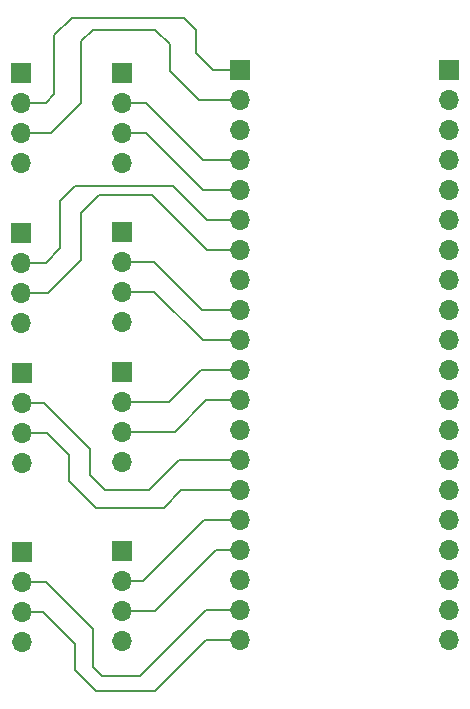
<source format=gbr>
%TF.GenerationSoftware,KiCad,Pcbnew,8.0.8*%
%TF.CreationDate,2025-03-27T16:53:01-04:00*%
%TF.ProjectId,GRIT_main_sub_PCB,47524954-5f6d-4616-996e-5f7375625f50,rev?*%
%TF.SameCoordinates,Original*%
%TF.FileFunction,Copper,L1,Top*%
%TF.FilePolarity,Positive*%
%FSLAX46Y46*%
G04 Gerber Fmt 4.6, Leading zero omitted, Abs format (unit mm)*
G04 Created by KiCad (PCBNEW 8.0.8) date 2025-03-27 16:53:01*
%MOMM*%
%LPD*%
G01*
G04 APERTURE LIST*
%TA.AperFunction,ComponentPad*%
%ADD10O,1.700000X1.700000*%
%TD*%
%TA.AperFunction,ComponentPad*%
%ADD11R,1.700000X1.700000*%
%TD*%
%TA.AperFunction,Conductor*%
%ADD12C,0.200000*%
%TD*%
G04 APERTURE END LIST*
D10*
%TO.P,Vdd,4*%
%TO.N,GND*%
X18750000Y-31220000D03*
%TO.P,Vdd,3*%
%TO.N,GP1*%
X18750000Y-28680000D03*
%TO.P,Vdd,2*%
%TO.N,GP0*%
X18750000Y-26140000D03*
D11*
%TO.P,Vdd,1*%
%TO.N,5V*%
X18750000Y-23600000D03*
%TD*%
D10*
%TO.P,Vdd,4*%
%TO.N,GND*%
X18810000Y-71760000D03*
%TO.P,Vdd,3*%
%TO.N,GP15*%
X18810000Y-69220000D03*
%TO.P,Vdd,2*%
%TO.N,GP14*%
X18810000Y-66680000D03*
D11*
%TO.P,Vdd,1*%
%TO.N,5V*%
X18810000Y-64140000D03*
%TD*%
D10*
%TO.P,Vdd,4*%
%TO.N,GND*%
X27250000Y-71720000D03*
%TO.P,Vdd,3*%
%TO.N,GP13*%
X27250000Y-69180000D03*
%TO.P,Vdd,2*%
%TO.N,GP12*%
X27250000Y-66640000D03*
D11*
%TO.P,Vdd,1*%
%TO.N,5V*%
X27250000Y-64100000D03*
%TD*%
D10*
%TO.P,Vdd,4*%
%TO.N,GND*%
X18750000Y-44750000D03*
%TO.P,Vdd,3*%
%TO.N,GP5*%
X18750000Y-42210000D03*
%TO.P,Vdd,2*%
%TO.N,GP4*%
X18750000Y-39670000D03*
D11*
%TO.P,Vdd,1*%
%TO.N,5V*%
X18750000Y-37130000D03*
%TD*%
D10*
%TO.P,Pico 40,20*%
%TO.N,N/C*%
X54985000Y-71640000D03*
%TO.P,Pico 40,19*%
X54985000Y-69100000D03*
%TO.P,Pico 40,18*%
X54985000Y-66560000D03*
%TO.P,Pico 40,17*%
X54985000Y-64020000D03*
%TO.P,Pico 40,16*%
X54985000Y-61480000D03*
%TO.P,Pico 40,15*%
X54985000Y-58940000D03*
%TO.P,Pico 40,14*%
X54985000Y-56400000D03*
%TO.P,Pico 40,13*%
X54985000Y-53860000D03*
%TO.P,Pico 40,12*%
X54985000Y-51320000D03*
%TO.P,Pico 40,11*%
X54985000Y-48780000D03*
%TO.P,Pico 40,10*%
X54985000Y-46240000D03*
%TO.P,Pico 40,9*%
X54985000Y-43700000D03*
%TO.P,Pico 40,8*%
X54985000Y-41160000D03*
%TO.P,Pico 40,7*%
X54985000Y-38620000D03*
%TO.P,Pico 40,6*%
X54985000Y-36080000D03*
%TO.P,Pico 40,5*%
X54985000Y-33540000D03*
%TO.P,Pico 40,4*%
X54985000Y-31000000D03*
%TO.P,Pico 40,3*%
%TO.N,GND*%
X54985000Y-28460000D03*
%TO.P,Pico 40,2*%
%TO.N,N/C*%
X54985000Y-25920000D03*
D11*
%TO.P,Pico 40,1*%
%TO.N,5V*%
X54985000Y-23380000D03*
%TD*%
D10*
%TO.P,Vdd,4*%
%TO.N,GND*%
X27310000Y-44680000D03*
%TO.P,Vdd,3*%
%TO.N,GP7*%
X27310000Y-42140000D03*
%TO.P,Vdd,2*%
%TO.N,GP6*%
X27310000Y-39600000D03*
D11*
%TO.P,Vdd,1*%
%TO.N,5V*%
X27310000Y-37060000D03*
%TD*%
D10*
%TO.P,Pico 1,20*%
%TO.N,GP15*%
X37250000Y-71640000D03*
%TO.P,Pico 1,19*%
%TO.N,GP14*%
X37250000Y-69100000D03*
%TO.P,Pico 1,18*%
%TO.N,N/C*%
X37250000Y-66560000D03*
%TO.P,Pico 1,17*%
%TO.N,GP13*%
X37250000Y-64020000D03*
%TO.P,Pico 1,16*%
%TO.N,GP12*%
X37250000Y-61480000D03*
%TO.P,Pico 1,15*%
%TO.N,GP11*%
X37250000Y-58940000D03*
%TO.P,Pico 1,14*%
%TO.N,GP10*%
X37250000Y-56400000D03*
%TO.P,Pico 1,13*%
%TO.N,N/C*%
X37250000Y-53860000D03*
%TO.P,Pico 1,12*%
%TO.N,GP9*%
X37250000Y-51320000D03*
%TO.P,Pico 1,11*%
%TO.N,GP8*%
X37250000Y-48780000D03*
%TO.P,Pico 1,10*%
%TO.N,GP7*%
X37250000Y-46240000D03*
%TO.P,Pico 1,9*%
%TO.N,GP6*%
X37250000Y-43700000D03*
%TO.P,Pico 1,8*%
%TO.N,N/C*%
X37250000Y-41160000D03*
%TO.P,Pico 1,7*%
%TO.N,GP5*%
X37250000Y-38620000D03*
%TO.P,Pico 1,6*%
%TO.N,GP4*%
X37250000Y-36080000D03*
%TO.P,Pico 1,5*%
%TO.N,GP3*%
X37250000Y-33540000D03*
%TO.P,Pico 1,4*%
%TO.N,GP2*%
X37250000Y-31000000D03*
%TO.P,Pico 1,3*%
%TO.N,N/C*%
X37250000Y-28460000D03*
%TO.P,Pico 1,2*%
%TO.N,GP1*%
X37250000Y-25920000D03*
D11*
%TO.P,Pico 1,1*%
%TO.N,GP0*%
X37250000Y-23380000D03*
%TD*%
D10*
%TO.P,Vdd,4*%
%TO.N,GND*%
X27250000Y-31220000D03*
%TO.P,Vdd,3*%
%TO.N,GP3*%
X27250000Y-28680000D03*
%TO.P,Vdd,2*%
%TO.N,GP2*%
X27250000Y-26140000D03*
D11*
%TO.P,Vdd,1*%
%TO.N,5V*%
X27250000Y-23600000D03*
%TD*%
D10*
%TO.P,Vdd,4*%
%TO.N,GND*%
X18810000Y-56620000D03*
%TO.P,Vdd,3*%
%TO.N,GP11*%
X18810000Y-54080000D03*
%TO.P,Vdd,2*%
%TO.N,GP10*%
X18810000Y-51540000D03*
D11*
%TO.P,Vdd,1*%
%TO.N,5V*%
X18810000Y-49000000D03*
%TD*%
D10*
%TO.P,Vdd,4*%
%TO.N,GND*%
X27310000Y-56550000D03*
%TO.P,Vdd,3*%
%TO.N,GP9*%
X27310000Y-54010000D03*
%TO.P,Vdd,2*%
%TO.N,GP8*%
X27310000Y-51470000D03*
D11*
%TO.P,Vdd,1*%
%TO.N,5V*%
X27310000Y-48930000D03*
%TD*%
D12*
%TO.N,GP15*%
X30060000Y-75930000D02*
X34350000Y-71640000D01*
X23310000Y-74180000D02*
X25060000Y-75930000D01*
X20600000Y-69220000D02*
X23310000Y-71930000D01*
X25060000Y-75930000D02*
X30060000Y-75930000D01*
X34350000Y-71640000D02*
X37250000Y-71640000D01*
X18810000Y-69220000D02*
X20600000Y-69220000D01*
X23310000Y-71930000D02*
X23310000Y-74180000D01*
%TO.N,GP14*%
X28810000Y-74680000D02*
X34390000Y-69100000D01*
X24810000Y-73930000D02*
X25560000Y-74680000D01*
X25560000Y-74680000D02*
X28810000Y-74680000D01*
X20810000Y-66680000D02*
X24810000Y-70680000D01*
X18810000Y-66680000D02*
X20810000Y-66680000D01*
X24810000Y-70680000D02*
X24810000Y-73930000D01*
X34390000Y-69100000D02*
X37250000Y-69100000D01*
%TO.N,GP13*%
X35220000Y-64020000D02*
X37250000Y-64020000D01*
X30060000Y-69180000D02*
X35220000Y-64020000D01*
X27250000Y-69180000D02*
X30060000Y-69180000D01*
%TO.N,GP12*%
X34260000Y-61480000D02*
X37250000Y-61480000D01*
X29100000Y-66640000D02*
X34260000Y-61480000D01*
X27250000Y-66640000D02*
X29100000Y-66640000D01*
%TO.N,GP11*%
X32300000Y-58940000D02*
X37250000Y-58940000D01*
X25060000Y-60430000D02*
X30810000Y-60430000D01*
X30810000Y-60430000D02*
X32300000Y-58940000D01*
X22810000Y-55930000D02*
X22810000Y-58180000D01*
X22810000Y-58180000D02*
X25060000Y-60430000D01*
X20960000Y-54080000D02*
X22810000Y-55930000D01*
X18810000Y-54080000D02*
X20960000Y-54080000D01*
%TO.N,GP10*%
X32090000Y-56400000D02*
X37250000Y-56400000D01*
X24560000Y-57680000D02*
X25810000Y-58930000D01*
X24560000Y-55430000D02*
X24560000Y-57680000D01*
X29560000Y-58930000D02*
X32090000Y-56400000D01*
X20670000Y-51540000D02*
X24560000Y-55430000D01*
X18810000Y-51540000D02*
X20670000Y-51540000D01*
X25810000Y-58930000D02*
X29560000Y-58930000D01*
%TO.N,GP9*%
X31730000Y-54010000D02*
X34420000Y-51320000D01*
X27310000Y-54010000D02*
X31730000Y-54010000D01*
X34420000Y-51320000D02*
X37250000Y-51320000D01*
%TO.N,GP8*%
X33960000Y-48780000D02*
X37250000Y-48780000D01*
X31270000Y-51470000D02*
X33960000Y-48780000D01*
X27310000Y-51470000D02*
X31270000Y-51470000D01*
%TO.N,GP5*%
X34500000Y-38620000D02*
X37250000Y-38620000D01*
X25310000Y-33930000D02*
X29810000Y-33930000D01*
X23810000Y-39430000D02*
X23810000Y-35430000D01*
X23810000Y-35430000D02*
X25310000Y-33930000D01*
X18750000Y-42210000D02*
X21030000Y-42210000D01*
X21030000Y-42210000D02*
X23810000Y-39430000D01*
X29810000Y-33930000D02*
X34500000Y-38620000D01*
%TO.N,GP7*%
X34120000Y-46240000D02*
X37250000Y-46240000D01*
X30020000Y-42140000D02*
X34120000Y-46240000D01*
X27310000Y-42140000D02*
X30020000Y-42140000D01*
%TO.N,GP6*%
X34080000Y-43700000D02*
X37250000Y-43700000D01*
X29980000Y-39600000D02*
X34080000Y-43700000D01*
X27310000Y-39600000D02*
X29980000Y-39600000D01*
%TO.N,GP4*%
X34460000Y-36080000D02*
X37250000Y-36080000D01*
X23310000Y-33180000D02*
X31560000Y-33180000D01*
X22060000Y-38430000D02*
X22060000Y-34430000D01*
X20820000Y-39670000D02*
X22060000Y-38430000D01*
X18750000Y-39670000D02*
X20820000Y-39670000D01*
X22060000Y-34430000D02*
X23310000Y-33180000D01*
X31560000Y-33180000D02*
X34460000Y-36080000D01*
%TO.N,GP2*%
X34130000Y-31000000D02*
X37250000Y-31000000D01*
X29270000Y-26140000D02*
X34130000Y-31000000D01*
X27250000Y-26140000D02*
X29270000Y-26140000D01*
%TO.N,GP3*%
X34170000Y-33540000D02*
X37250000Y-33540000D01*
X29310000Y-28680000D02*
X34170000Y-33540000D01*
X27250000Y-28680000D02*
X29310000Y-28680000D01*
%TO.N,GP1*%
X33800000Y-25920000D02*
X37250000Y-25920000D01*
X30060000Y-19930000D02*
X31310000Y-21180000D01*
X24810000Y-19930000D02*
X30060000Y-19930000D01*
X23810000Y-20930000D02*
X24810000Y-19930000D01*
X23810000Y-26180000D02*
X23810000Y-20930000D01*
X31310000Y-23430000D02*
X33800000Y-25920000D01*
X31310000Y-21180000D02*
X31310000Y-23430000D01*
X21310000Y-28680000D02*
X23810000Y-26180000D01*
X18750000Y-28680000D02*
X21310000Y-28680000D01*
%TO.N,GP0*%
X35010000Y-23380000D02*
X37250000Y-23380000D01*
X33560000Y-19930000D02*
X33560000Y-21930000D01*
X33560000Y-21930000D02*
X35010000Y-23380000D01*
X21560000Y-20430000D02*
X23060000Y-18930000D01*
X21560000Y-25430000D02*
X21560000Y-20430000D01*
X20850000Y-26140000D02*
X21560000Y-25430000D01*
X32560000Y-18930000D02*
X33560000Y-19930000D01*
X18750000Y-26140000D02*
X20850000Y-26140000D01*
X23060000Y-18930000D02*
X32560000Y-18930000D01*
%TD*%
M02*

</source>
